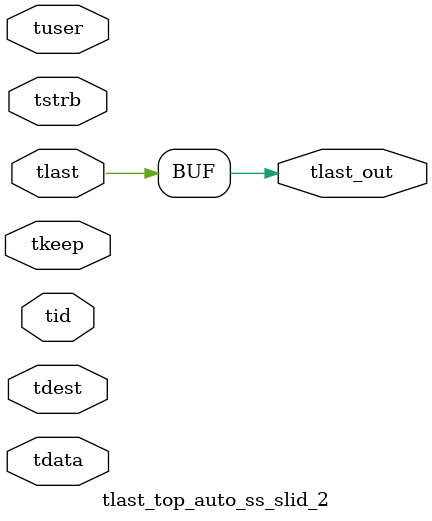
<source format=v>


`timescale 1ps/1ps

module tlast_top_auto_ss_slid_2 #
(
parameter C_S_AXIS_TID_WIDTH   = 1,
parameter C_S_AXIS_TUSER_WIDTH = 0,
parameter C_S_AXIS_TDATA_WIDTH = 0,
parameter C_S_AXIS_TDEST_WIDTH = 0
)
(
input  [(C_S_AXIS_TID_WIDTH   == 0 ? 1 : C_S_AXIS_TID_WIDTH)-1:0       ] tid,
input  [(C_S_AXIS_TDATA_WIDTH == 0 ? 1 : C_S_AXIS_TDATA_WIDTH)-1:0     ] tdata,
input  [(C_S_AXIS_TUSER_WIDTH == 0 ? 1 : C_S_AXIS_TUSER_WIDTH)-1:0     ] tuser,
input  [(C_S_AXIS_TDEST_WIDTH == 0 ? 1 : C_S_AXIS_TDEST_WIDTH)-1:0     ] tdest,
input  [(C_S_AXIS_TDATA_WIDTH/8)-1:0 ] tkeep,
input  [(C_S_AXIS_TDATA_WIDTH/8)-1:0 ] tstrb,
input  [0:0]                                                             tlast,
output                                                                   tlast_out
);

assign tlast_out = {tlast};

endmodule


</source>
